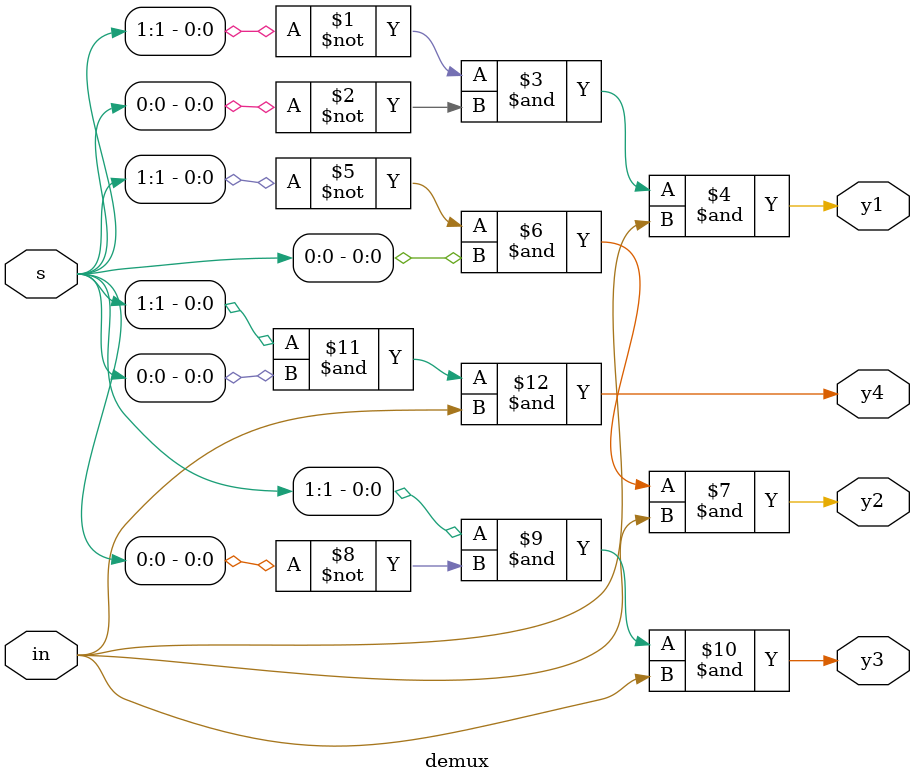
<source format=v>
module demux(
input in,
input [1:0]s,
output y1,y2,y3,y4);
assign y1=(~s[1])&(~s[0])&in;
assign y2=(~s[1])&(s[0])&in;
assign y3=(s[1])&(~s[0])&in;
assign y4=(s[1])&(s[0])&in;

endmodule

</source>
